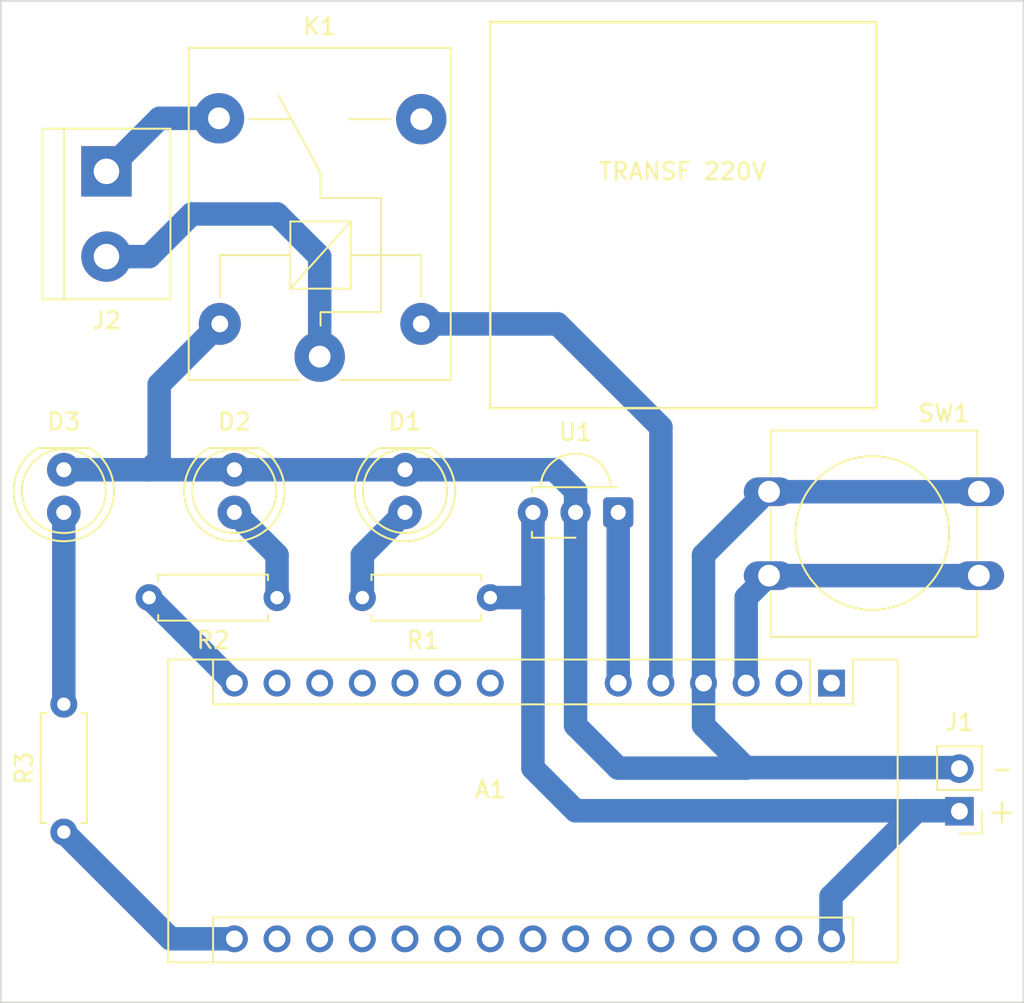
<source format=kicad_pcb>
(kicad_pcb (version 20211014) (generator pcbnew)
  (layers (0 "F.Cu" signal) (31 "B.Cu" signal) (34 "B.Paste" user) (35 "F.Paste" user) (36 "B.SilkS" user "B.Silkscreen") (37 "F.SilkS" user "F.Silkscreen") (38 "B.Mask" user) (39 "F.Mask" user) (44 "Edge.Cuts" user))
  (net 0 "")
  (net 1 "GND")
  (net 2 "Net-(D1-Pad2)")
  (net 3 "Net-(D2-Pad2)")
  (net 4 "+5V")
  (net 5 "Net-(D3-Pad2)")
  (net 10 "Net-(A1-Pad16)")
  (net 20 "LINE")
  (net 22 "Net-(A1-Pad3)")
  (net 29 "Net-(A1-Pad15)")
  (net 32 "Net-(A1-Pad5)")
  (net 33 "Net-(A1-Pad6)")
  (net 34 "NEUT")
  (footprint "MountingHole:MountingHole_2.1mm" (layer "F.Cu") (at 132.08 100.33)
    (fp_text reference "H2" hide)
    (fp_text value "MountingHole" hide)
    (pad "" np_thru_hole circle (at 0 0) (size 2.1 2.1) (drill 2.1) (layers *.Cu *.Mask))
  )
  (footprint "OptoDevice:Vishay_MINICAST-3Pin" (layer "F.Cu") (at 111.76 127 180)
    (fp_text reference "U1" (at 2.540869 4.772378) (layer "F.SilkS"))
    (fp_text value "VS1338B")
    (fp_line (start 5.14 -1.51) (end 2.54 -1.51) (layer "F.SilkS") (width 0.12))
    (fp_line (start 5.14 1.5) (end 0.05 1.5) (layer "F.SilkS") (width 0.12))
    (fp_line (start 5.14 1.16) (end 5.14 1.5) (layer "F.SilkS") (width 0.12))
    (fp_line (start 5.14 -1.16) (end 5.14 -1.51) (layer "F.SilkS") (width 0.12))
    (fp_arc (start 4.64 1.5) (mid 2.540869 3.502378) (end 0.440083 1.501736) (layer "F.SilkS") (width 0.12))
    (pad "1" thru_hole roundrect (at 0 0 180) (size 1.8 1.8) (drill 0.9) (layers *.Cu *.Mask) (roundrect_rratio 0.139) (net 33 "Net-(A1-Pad6)"))
    (pad "2" thru_hole circle (at 2.54 0 180) (size 1.8 1.8) (drill 0.9) (layers *.Cu *.Mask) (net 1 "GND"))
    (pad "3" thru_hole circle (at 5.08 0 180) (size 1.8 1.8) (drill 0.9) (layers *.Cu *.Mask) (net 4 "+5V"))
  )
  (footprint "Resistor_THT:R_Axial_DIN0207_L6.3mm_D2.5mm_P7.62mm_Horizontal" (layer "F.Cu") (at 78.74 146.05 90)
    (fp_text reference "R3" (at 3.81 -2.37 90) (layer "F.SilkS"))
    (fp_text value "470")
    (fp_line (start 0.54 -1.37) (end 7.08 -1.37) (layer "F.SilkS") (width 0.12))
    (fp_line (start 0.54 -1.04) (end 0.54 -1.37) (layer "F.SilkS") (width 0.12))
    (fp_line (start 0.54 1.37) (end 7.08 1.37) (layer "F.SilkS") (width 0.12))
    (fp_line (start 0.54 1.04) (end 0.54 1.37) (layer "F.SilkS") (width 0.12))
    (fp_line (start 7.08 1.37) (end 7.08 1.04) (layer "F.SilkS") (width 0.12))
    (fp_line (start 7.08 -1.37) (end 7.08 -1.04) (layer "F.SilkS") (width 0.12))
    (pad "1" thru_hole circle (at 0 0 90) (size 1.6 1.6) (drill 0.8) (layers *.Cu *.Mask) (net 10 "Net-(A1-Pad16)"))
    (pad "2" thru_hole oval (at 7.62 0 90) (size 1.6 1.6) (drill 0.8) (layers *.Cu *.Mask) (net 5 "Net-(D3-Pad2)"))
  )
  (footprint "LED_THT:LED_D5.0mm" (layer "F.Cu") (at 88.9 124.46 -90)
    (fp_text reference "D2" (at -2.86 0 -180) (layer "F.SilkS"))
    (fp_text value "LED" hide)
    (fp_line (start -1.29 -1.545) (end -1.29 1.545) (layer "F.SilkS") (width 0.12))
    (fp_arc (start -1.29 -1.54483) (mid 2.072002 -2.880433) (end 4.26 0.000462) (layer "F.SilkS") (width 0.12))
    (fp_arc (start 4.26 -0.000462) (mid 2.072002 2.880433) (end -1.29 1.54483) (layer "F.SilkS") (width 0.12))
    (fp_circle (center 1.27 0) (end 3.77 0) (layer "F.SilkS") (width 0.12) (fill none))
    (pad "1" thru_hole circle (at 0 0 270) (size 2 2) (drill 0.9) (layers *.Cu *.Mask) (net 1 "GND"))
    (pad "2" thru_hole circle (at 2.54 0 270) (size 2 2) (drill 0.9) (layers *.Cu *.Mask) (net 3 "Net-(D2-Pad2)"))
  )
  (footprint "Connector_PinHeader_2.54mm:PinHeader_1x02_P2.54mm_Vertical" (layer "F.Cu") (at 132.08 144.81 180)
    (fp_text reference "J1" (at 0 5.31) (layer "F.SilkS"))
    (fp_text value "POWER")
    (fp_line (start -1.33 1.27) (end -1.33 3.87) (layer "F.SilkS") (width 0.12))
    (fp_line (start -1.33 -1.33) (end 0 -1.33) (layer "F.SilkS") (width 0.12))
    (fp_line (start -1.33 1.27) (end 1.33 1.27) (layer "F.SilkS") (width 0.12))
    (fp_line (start -1.33 0) (end -1.33 -1.33) (layer "F.SilkS") (width 0.12))
    (fp_line (start -1.33 3.87) (end 1.33 3.87) (layer "F.SilkS") (width 0.12))
    (fp_line (start 1.33 1.27) (end 1.33 3.87) (layer "F.SilkS") (width 0.12))
    (pad "1" thru_hole rect (at 0 0 180) (size 1.7 1.7) (drill 1) (layers *.Cu *.Mask) (net 4 "+5V"))
    (pad "2" thru_hole oval (at 0 2.54 180) (size 1.7 1.7) (drill 1) (layers *.Cu *.Mask) (net 1 "GND"))
  )
  (footprint "LED_THT:LED_D5.0mm" (layer "F.Cu") (at 99.06 124.46 -90)
    (fp_text reference "D1" (at -2.86 0 -180) (layer "F.SilkS"))
    (fp_text value "LED" hide)
    (fp_line (start -1.29 -1.545) (end -1.29 1.545) (layer "F.SilkS") (width 0.12))
    (fp_arc (start 4.26 -0.000462) (mid 2.072002 2.880433) (end -1.29 1.54483) (layer "F.SilkS") (width 0.12))
    (fp_arc (start -1.29 -1.54483) (mid 2.072002 -2.880433) (end 4.26 0.000462) (layer "F.SilkS") (width 0.12))
    (fp_circle (center 1.27 0) (end 3.77 0) (layer "F.SilkS") (width 0.12) (fill none))
    (pad "1" thru_hole circle (at 0 0 270) (size 2 2) (drill 0.9) (layers *.Cu *.Mask) (net 1 "GND"))
    (pad "2" thru_hole circle (at 2.54 0 270) (size 2 2) (drill 0.9) (layers *.Cu *.Mask) (net 2 "Net-(D1-Pad2)"))
  )
  (footprint "MountingHole:MountingHole_2.1mm" (layer "F.Cu") (at 132.08 152.4)
    (fp_text reference "H3" hide)
    (fp_text value "MountingHole" hide)
    (pad "" np_thru_hole circle (at 0 0) (size 2.1 2.1) (drill 2.1) (layers *.Cu *.Mask))
  )
  (footprint "TerminalBlock:TerminalBlock_bornier-2_P5.08mm" (layer "F.Cu") (at 81.28 106.68 -90)
    (fp_text reference "J2" (at 8.89 0) (layer "F.SilkS"))
    (fp_text value "220V")
    (fp_line (start -2.54 -3.81) (end -2.54 3.81) (layer "F.SilkS") (width 0.12))
    (fp_line (start -2.54 3.81) (end 7.62 3.81) (layer "F.SilkS") (width 0.12))
    (fp_line (start 7.62 2.54) (end -2.54 2.54) (layer "F.SilkS") (width 0.12))
    (fp_line (start 7.62 -3.81) (end -2.54 -3.81) (layer "F.SilkS") (width 0.12))
    (fp_line (start 7.62 3.81) (end 7.62 -3.81) (layer "F.SilkS") (width 0.12))
    (pad "1" thru_hole rect (at 0 0 270) (size 3 3) (drill 1.52) (layers *.Cu *.Mask) (net 34 "NEUT"))
    (pad "2" thru_hole circle (at 5.08 0 270) (size 3 3) (drill 1.52) (layers *.Cu *.Mask) (net 20 "LINE"))
  )
  (footprint "Relay_THT:Relay_SPDT_SANYOU_SRD_Series_Form_C" (layer "F.Cu") (at 93.98 117.72 90)
    (fp_text reference "K1" (at 19.67 0 180) (layer "F.SilkS"))
    (fp_text value "RELAY")
    (fp_line (start 9.45 0.05) (end 10.95 0.05) (layer "F.SilkS") (width 0.12))
    (fp_line (start 2.65 0.05) (end 1.85 0.05) (layer "F.SilkS") (width 0.12))
    (fp_line (start 18.4 -7.8) (end 18.4 7.8) (layer "F.SilkS") (width 0.12))
    (fp_line (start -1.4 -7.8) (end -1.4 -1.2) (layer "F.SilkS") (width 0.12))
    (fp_line (start 6.05 -5.95) (end 3.55 -5.95) (layer "F.SilkS") (width 0.12))
    (fp_line (start 2.65 0.05) (end 2.65 3.65) (layer "F.SilkS") (width 0.12))
    (fp_line (start 6.05 -5.95) (end 6.05 -1.75) (layer "F.SilkS") (width 0.12))
    (fp_line (start 10.95 0.05) (end 15.55 -2.45) (layer "F.SilkS") (width 0.12))
    (fp_line (start 14.15 4.2) (end 14.15 1.75) (layer "F.SilkS") (width 0.12))
    (fp_line (start 4.05 1.85) (end 4.05 -1.75) (layer "F.SilkS") (width 0.12))
    (fp_line (start 6.05 1.85) (end 6.05 6.05) (layer "F.SilkS") (width 0.12))
    (fp_line (start -1.4 -7.8) (end 18.4 -7.8) (layer "F.SilkS") (width 0.12))
    (fp_line (start 9.45 0.05) (end 9.45 3.65) (layer "F.SilkS") (width 0.12))
    (fp_line (start 14.15 -4.2) (end 14.15 -1.7) (layer "F.SilkS") (width 0.12))
    (fp_line (start 4.05 -1.75) (end 8.05 -1.75) (layer "F.SilkS") (width 0.12))
    (fp_line (start 8.05 -1.75) (end 8.05 1.85) (layer "F.SilkS") (width 0.12))
    (fp_line (start 9.45 3.65) (end 2.65 3.65) (layer "F.SilkS") (width 0.12))
    (fp_line (start 3.55 6.05) (end 6.05 6.05) (layer "F.SilkS") (width 0.12))
    (fp_line (start -1.4 1.2) (end -1.4 7.8) (layer "F.SilkS") (width 0.12))
    (fp_line (start 18.4 7.8) (end -1.4 7.8) (layer "F.SilkS") (width 0.12))
    (fp_line (start 8.05 1.85) (end 4.05 -1.75) (layer "F.SilkS") (width 0.12))
    (fp_line (start 8.05 1.85) (end 4.05 1.85) (layer "F.SilkS") (width 0.12))
    (pad "1" thru_hole circle (at 0 0 180) (size 3 3) (drill 1.3) (layers *.Cu *.Mask) (net 20 "LINE"))
    (pad "2" thru_hole circle (at 1.95 6.05 180) (size 2.5 2.5) (drill 1) (layers *.Cu *.Mask) (net 32 "Net-(A1-Pad5)"))
    (pad "3" thru_hole circle (at 14.15 6.05 180) (size 3 3) (drill 1.3) (layers *.Cu *.Mask))
    (pad "4" thru_hole circle (at 14.2 -6 180) (size 3 3) (drill 1.3) (layers *.Cu *.Mask) (net 34 "NEUT"))
    (pad "5" thru_hole circle (at 1.95 -5.95 180) (size 2.5 2.5) (drill 1) (layers *.Cu *.Mask) (net 1 "GND"))
  )
  (footprint "MountingHole:MountingHole_2.1mm" (layer "F.Cu") (at 78.74 152.4)
    (fp_text reference "H4" hide)
    (fp_text value "MountingHole" hide)
    (pad "" np_thru_hole circle (at 0 0) (size 2.1 2.1) (drill 2.1) (layers F&B.Cu *.Mask))
  )
  (footprint "Resistor_THT:R_Axial_DIN0207_L6.3mm_D2.5mm_P7.62mm_Horizontal" (layer "F.Cu") (at 104.14 132.08 180)
    (fp_text reference "R1" (at 5.08 -2.54) (layer "F.SilkS") (effects (justify left)))
    (fp_text value "4K7")
    (fp_line (start 0.54 -1.04) (end 0.54 -1.37) (layer "F.SilkS") (width 0.12))
    (fp_line (start 7.08 -1.37) (end 7.08 -1.04) (layer "F.SilkS") (width 0.12))
    (fp_line (start 0.54 1.04) (end 0.54 1.37) (layer "F.SilkS") (width 0.12))
    (fp_line (start 0.54 1.37) (end 7.08 1.37) (layer "F.SilkS") (width 0.12))
    (fp_line (start 7.08 1.37) (end 7.08 1.04) (layer "F.SilkS") (width 0.12))
    (fp_line (start 0.54 -1.37) (end 7.08 -1.37) (layer "F.SilkS") (width 0.12))
    (pad "1" thru_hole circle (at 0 0 180) (size 1.6 1.6) (drill 0.8) (layers *.Cu *.Mask) (net 4 "+5V"))
    (pad "2" thru_hole oval (at 7.62 0 180) (size 1.6 1.6) (drill 0.8) (layers *.Cu *.Mask) (net 2 "Net-(D1-Pad2)"))
  )
  (footprint "Button_Switch_THT:SW_PUSH-12mm" (layer "F.Cu") (at 133.24 130.77 180)
    (fp_text reference "SW1" (at 3.7 9.67) (layer "F.SilkS") (effects (justify left)))
    (fp_text value "RESET")
    (fp_line (start 12.4 0.93) (end 12.4 4.07) (layer "F.SilkS") (width 0.12))
    (fp_line (start 12.4 8.65) (end 0.1 8.65) (layer "F.SilkS") (width 0.12))
    (fp_line (start 0.1 -3.65) (end 12.4 -3.65) (layer "F.SilkS") (width 0.12))
    (fp_line (start 0.1 4.07) (end 0.1 0.93) (layer "F.SilkS") (width 0.12))
    (fp_line (start 12.4 5.93) (end 12.4 8.65) (layer "F.SilkS") (width 0.12))
    (fp_line (start 12.4 -3.65) (end 12.4 -0.93) (layer "F.SilkS") (width 0.12))
    (fp_line (start 0.1 8.65) (end 0.1 5.93) (layer "F.SilkS") (width 0.12))
    (fp_line (start 0.1 -0.93) (end 0.1 -3.65) (layer "F.SilkS") (width 0.12))
    (fp_circle (center 6.35 2.54) (end 10.16 5.08) (layer "F.SilkS") (width 0.12) (fill none))
    (pad "1" thru_hole oval (at 0 0 180) (size 3 1.7) (drill 1.3) (layers *.Cu *.Mask) (net 22 "Net-(A1-Pad3)"))
    (pad "1" thru_hole oval (at 12.5 0 180) (size 3 1.7) (drill 1.3) (layers *.Cu *.Mask) (net 22 "Net-(A1-Pad3)"))
    (pad "2" thru_hole oval (at 0 5 180) (size 3 1.7) (drill 1.3) (layers *.Cu *.Mask) (net 1 "GND"))
    (pad "2" thru_hole oval (at 12.5 5 180) (size 3 1.7) (drill 1.3) (layers *.Cu *.Mask) (net 1 "GND"))
  )
  (footprint "LED_THT:LED_D5.0mm" (layer "F.Cu") (at 78.74 124.46 -90)
    (fp_text reference "D3" (at -2.86 0 -180) (layer "F.SilkS"))
    (fp_text value "LED" hide)
    (fp_line (start -1.29 -1.545) (end -1.29 1.545) (layer "F.SilkS") (width 0.12))
    (fp_arc (start -1.29 -1.54483) (mid 2.072002 -2.880433) (end 4.26 0.000462) (layer "F.SilkS") (width 0.12))
    (fp_arc (start 4.26 -0.000462) (mid 2.072002 2.880433) (end -1.29 1.54483) (layer "F.SilkS") (width 0.12))
    (fp_circle (center 1.27 0) (end 3.77 0) (layer "F.SilkS") (width 0.12) (fill none))
    (pad "1" thru_hole circle (at 0 0 270) (size 2 2) (drill 0.9) (layers *.Cu *.Mask) (net 1 "GND"))
    (pad "2" thru_hole circle (at 2.54 0 270) (size 2 2) (drill 0.9) (layers *.Cu *.Mask) (net 5 "Net-(D3-Pad2)"))
  )
  (footprint "Resistor_THT:R_Axial_DIN0207_L6.3mm_D2.5mm_P7.62mm_Horizontal" (layer "F.Cu") (at 83.82 132.08)
    (fp_text reference "R2" (at 3.81 2.54) (layer "F.SilkS"))
    (fp_text value "4K7")
    (fp_line (start 0.54 -1.37) (end 7.08 -1.37) (layer "F.SilkS") (width 0.12))
    (fp_line (start 7.08 -1.37) (end 7.08 -1.04) (layer "F.SilkS") (width 0.12))
    (fp_line (start 0.54 -1.04) (end 0.54 -1.37) (layer "F.SilkS") (width 0.12))
    (fp_line (start 0.54 1.04) (end 0.54 1.37) (layer "F.SilkS") (width 0.12))
    (fp_line (start 7.08 1.37) (end 7.08 1.04) (layer "F.SilkS") (width 0.12))
    (fp_line (start 0.54 1.37) (end 7.08 1.37) (layer "F.SilkS") (width 0.12))
    (pad "1" thru_hole circle (at 0 0) (size 1.6 1.6) (drill 0.8) (layers *.Cu *.Mask) (net 29 "Net-(A1-Pad15)"))
    (pad "2" thru_hole oval (at 7.62 0) (size 1.6 1.6) (drill 0.8) (layers *.Cu *.Mask) (net 3 "Net-(D2-Pad2)"))
  )
  (footprint "MountingHole:MountingHole_2.1mm" (layer "F.Cu") (at 78.74 100.33)
    (fp_text reference "H1" hide)
    (fp_text value "MountingHole" hide)
    (pad "" np_thru_hole circle (at 0 0) (size 2.1 2.1) (drill 2.1) (layers *.Cu *.Mask))
  )
  (footprint "Module:Arduino_Nano" (layer "F.Cu") (at 124.46 137.17 -90)
    (fp_text reference "A1" (at 6.35 20.32 180) (layer "F.SilkS"))
    (fp_text value "Arduino Nano v3.x")
    (fp_line (start 13.97 36.83) (end 16.64 36.83) (layer "F.SilkS") (width 0.12))
    (fp_line (start 16.64 -3.94) (end -1.4 -3.94) (layer "F.SilkS") (width 0.12))
    (fp_line (start 1.27 -1.27) (end -1.4 -1.27) (layer "F.SilkS") (width 0.12))
    (fp_line (start 1.27 1.27) (end 1.27 -1.27) (layer "F.SilkS") (width 0.12))
    (fp_line (start 13.97 -1.27) (end 13.97 36.83) (layer "F.SilkS") (width 0.12))
    (fp_line (start 1.27 1.27) (end 1.27 36.83) (layer "F.SilkS") (width 0.12))
    (fp_line (start -1.4 1.27) (end -1.4 39.5) (layer "F.SilkS") (width 0.12))
    (fp_line (start -1.4 39.5) (end 16.64 39.5) (layer "F.SilkS") (width 0.12))
    (fp_line (start 1.27 1.27) (end -1.4 1.27) (layer "F.SilkS") (width 0.12))
    (fp_line (start 13.97 -1.27) (end 16.64 -1.27) (layer "F.SilkS") (width 0.12))
    (fp_line (start -1.4 -3.94) (end -1.4 -1.27) (layer "F.SilkS") (width 0.12))
    (fp_line (start 16.64 39.5) (end 16.64 -3.94) (layer "F.SilkS") (width 0.12))
    (fp_line (start 1.27 36.83) (end -1.4 36.83) (layer "F.SilkS") (width 0.12))
    (pad "1" thru_hole rect (at 0 0 270) (size 1.6 1.6) (drill 1) (layers *.Cu *.Mask))
    (pad "2" thru_hole oval (at 0 2.54 270) (size 1.6 1.6) (drill 1) (layers *.Cu *.Mask))
    (pad "3" thru_hole oval (at 0 5.08 270) (size 1.6 1.6) (drill 1) (layers *.Cu *.Mask) (net 22 "Net-(A1-Pad3)"))
    (pad "4" thru_hole oval (at 0 7.62 270) (size 1.6 1.6) (drill 1) (layers *.Cu *.Mask) (net 1 "GND"))
    (pad "5" thru_hole oval (at 0 10.16 270) (size 1.6 1.6) (drill 1) (layers *.Cu *.Mask) (net 32 "Net-(A1-Pad5)"))
    (pad "6" thru_hole oval (at 0 12.7 270) (size 1.6 1.6) (drill 1) (layers *.Cu *.Mask) (net 33 "Net-(A1-Pad6)"))
    (pad "9" thru_hole oval (at 0 20.32 270) (size 1.6 1.6) (drill 1) (layers *.Cu *.Mask))
    (pad "10" thru_hole oval (at 0 22.86 270) (size 1.6 1.6) (drill 1) (layers *.Cu *.Mask))
    (pad "11" thru_hole oval (at 0 25.4 270) (size 1.6 1.6) (drill 1) (layers *.Cu *.Mask))
    (pad "12" thru_hole oval (at 0 27.94 270) (size 1.6 1.6) (drill 1) (layers *.Cu *.Mask))
    (pad "13" thru_hole oval (at 0 30.48 270) (size 1.6 1.6) (drill 1) (layers *.Cu *.Mask))
    (pad "14" thru_hole oval (at 0 33.02 270) (size 1.6 1.6) (drill 1) (layers *.Cu *.Mask))
    (pad "15" thru_hole oval (at 0 35.56 270) (size 1.6 1.6) (drill 1) (layers *.Cu *.Mask) (net 29 "Net-(A1-Pad15)"))
    (pad "16" thru_hole oval (at 15.24 35.56 270) (size 1.6 1.6) (drill 1) (layers *.Cu *.Mask) (net 10 "Net-(A1-Pad16)"))
    (pad "17" thru_hole oval (at 15.24 33.02 270) (size 1.6 1.6) (drill 1) (layers *.Cu *.Mask))
    (pad "18" thru_hole oval (at 15.24 30.48 270) (size 1.6 1.6) (drill 1) (layers *.Cu *.Mask))
    (pad "19" thru_hole oval (at 15.24 27.94 270) (size 1.6 1.6) (drill 1) (layers *.Cu *.Mask))
    (pad "20" thru_hole oval (at 15.24 25.4 270) (size 1.6 1.6) (drill 1) (layers *.Cu *.Mask))
    (pad "21" thru_hole oval (at 15.24 22.86 270) (size 1.6 1.6) (drill 1) (layers *.Cu *.Mask))
    (pad "22" thru_hole oval (at 15.24 20.32 270) (size 1.6 1.6) (drill 1) (layers *.Cu *.Mask))
    (pad "23" thru_hole oval (at 15.24 17.78 270) (size 1.6 1.6) (drill 1) (layers *.Cu *.Mask))
    (pad "24" thru_hole oval (at 15.24 15.24 270) (size 1.6 1.6) (drill 1) (layers *.Cu *.Mask))
    (pad "25" thru_hole oval (at 15.24 12.7 270) (size 1.6 1.6) (drill 1) (layers *.Cu *.Mask))
    (pad "26" thru_hole oval (at 15.24 10.16 270) (size 1.6 1.6) (drill 1) (layers *.Cu *.Mask))
    (pad "27" thru_hole oval (at 15.24 7.62 270) (size 1.6 1.6) (drill 1) (layers *.Cu *.Mask))
    (pad "28" thru_hole oval (at 15.24 5.08 270) (size 1.6 1.6) (drill 1) (layers *.Cu *.Mask))
    (pad "29" thru_hole oval (at 15.24 2.54 270) (size 1.6 1.6) (drill 1) (layers *.Cu *.Mask))
    (pad "30" thru_hole oval (at 15.24 0 270) (size 1.6 1.6) (drill 1) (layers *.Cu *.Mask) (net 4 "+5V"))
  )
  (gr_rect (start 104.14 97.79) (end 127.14 120.79) (layer "F.SilkS") (width 0.15) (fill none))
  (gr_line (start 135.89 96.52) (end 135.89 156.21) (layer "Edge.Cuts") (width 0.1))
  (gr_line (start 135.89 156.21) (end 74.99 156.21) (layer "Edge.Cuts") (width 0.1))
  (gr_line (start 74.99 156.21) (end 74.99 96.52) (layer "Edge.Cuts") (width 0.1))
  (gr_line (start 74.99 96.52) (end 135.89 96.52) (layer "Edge.Cuts") (width 0.1))
  (gr_text "-" (at 134.62 142.27) (layer "F.SilkS") (effects (font (size 1 1))))
  (gr_text "+" (at 134.62 144.78) (layer "F.SilkS") (effects (font (size 1.5 1.5))))
  (gr_text "TRANSF 220V" (at 115.6 106.68) (layer "F.SilkS") (effects (font (size 1 1))))
  (segment (start 116.84 129.54) (end 120.61 125.77) (width 1.4) (layer "B.Cu") (net 1))
  (segment (start 107.952792 124.46) (end 86.36 124.46) (width 1.4) (layer "B.Cu") (net 1))
  (segment (start 78.74 124.46) (end 83.82 124.46) (width 1.4) (layer "B.Cu") (net 1))
  (segment (start 120.61 125.77) (end 133.24 125.77) (width 1.4) (layer "B.Cu") (net 1))
  (segment (start 111.76 142.24) (end 119.38 142.24) (width 1.4) (layer "B.Cu") (net 1))
  (segment (start 132.08 142.21) (end 119.41 142.21) (width 1.4) (layer "B.Cu") (net 1))
  (segment (start 116.84 139.7) (end 116.84 137.17) (width 1.4) (layer "B.Cu") (net 1))
  (segment (start 109.22 139.7) (end 111.76 142.24) (width 1.4) (layer "B.Cu") (net 1))
  (segment (start 84.42 119.38) (end 84.42 123.86) (width 1.4) (layer "B.Cu") (net 1))
  (segment (start 109.22 125.727208) (end 107.952792 124.46) (width 1.4) (layer "B.Cu") (net 1))
  (segment (start 116.84 137.17) (end 116.84 129.54) (width 1.4) (layer "B.Cu") (net 1))
  (segment (start 83.82 124.46) (end 86.36 124.46) (width 1.4) (layer "B.Cu") (net 1))
  (segment (start 84.42 123.86) (end 83.82 124.46) (width 1.4) (layer "B.Cu") (net 1))
  (segment (start 84.42 119.38) (end 88.03 115.77) (width 1.4) (layer "B.Cu") (net 1))
  (segment (start 116.84 139.7) (end 119.38 142.24) (width 1.4) (layer "B.Cu") (net 1))
  (segment (start 109.22 127) (end 109.22 125.727208) (width 1.4) (layer "B.Cu") (net 1))
  (segment (start 109.22 127) (end 109.22 139.7) (width 1.4) (layer "B.Cu") (net 1))
  (segment (start 96.52 132.08) (end 96.52 129.54) (width 1.4) (layer "B.Cu") (net 2))
  (segment (start 96.52 129.54) (end 99.06 127) (width 1.4) (layer "B.Cu") (net 2))
  (segment (start 91.44 129.54) (end 88.9 127) (width 1.4) (layer "B.Cu") (net 3))
  (segment (start 91.44 132.08) (end 91.44 129.54) (width 1.4) (layer "B.Cu") (net 3))
  (segment (start 129.54 144.78) (end 109.22 144.78) (width 1.4) (layer "B.Cu") (net 4))
  (segment (start 124.43 152.43) (end 124.43 149.89) (width 1.4) (layer "B.Cu") (net 4))
  (segment (start 109.22 144.78) (end 106.68 142.24) (width 1.4) (layer "B.Cu") (net 4))
  (segment (start 106.68 127) (end 106.68 132.08) (width 1.4) (layer "B.Cu") (net 4))
  (segment (start 106.68 142.24) (end 106.68 132.08) (width 1.4) (layer "B.Cu") (net 4))
  (segment (start 129.54 144.78) (end 132.05 144.78) (width 1.4) (layer "B.Cu") (net 4))
  (segment (start 104.14 132.08) (end 106.68 132.08) (width 1.4) (layer "B.Cu") (net 4))
  (segment (start 124.43 149.89) (end 129.54 144.78) (width 1.4) (layer "B.Cu") (net 4))
  (segment (start 78.74 127) (end 78.74 138.43) (width 1.4) (layer "B.Cu") (net 5))
  (segment (start 85.1 152.41) (end 78.74 146.05) (width 1.4) (layer "B.Cu") (net 10))
  (segment (start 88.9 152.41) (end 85.1 152.41) (width 1.4) (layer "B.Cu") (net 10))
  (segment (start 91.44 109.22) (end 93.98 111.76) (width 1.4) (layer "B.Cu") (net 20))
  (segment (start 86.36 109.22) (end 91.44 109.22) (width 1.4) (layer "B.Cu") (net 20))
  (segment (start 93.98 111.76) (end 93.98 117.72) (width 1.4) (layer "B.Cu") (net 20))
  (segment (start 83.82 111.76) (end 86.36 109.22) (width 1.4) (layer "B.Cu") (net 20))
  (segment (start 81.28 111.76) (end 83.82 111.76) (width 1.4) (layer "B.Cu") (net 20))
  (segment (start 120.69 130.77) (end 133.24 130.77) (width 1.4) (layer "B.Cu") (net 22))
  (segment (start 119.38 132.08) (end 120.69 130.77) (width 1.4) (layer "B.Cu") (net 22))
  (segment (start 119.38 137.17) (end 119.38 132.08) (width 1.4) (layer "B.Cu") (net 22))
  (segment (start 88.9 137.17) (end 88.9 137.16) (width 1.4) (layer "B.Cu") (net 29))
  (segment (start 88.9 137.16) (end 83.82 132.08) (width 1.4) (layer "B.Cu") (net 29))
  (segment (start 114.3 121.92) (end 114.3 137.16) (width 1.4) (layer "B.Cu") (net 32))
  (segment (start 108.15 115.77) (end 100.03 115.77) (width 1.4) (layer "B.Cu") (net 32))
  (segment (start 114.3 121.92) (end 108.15 115.77) (width 1.4) (layer "B.Cu") (net 32))
  (segment (start 111.76 127) (end 111.76 137.17) (width 1.4) (layer "B.Cu") (net 33))
  (segment (start 84.44 103.52) (end 81.28 106.68) (width 1.4) (layer "B.Cu") (net 34))
  (segment (start 87.98 103.52) (end 84.44 103.52) (width 1.4) (layer "B.Cu") (net 34))
)
</source>
